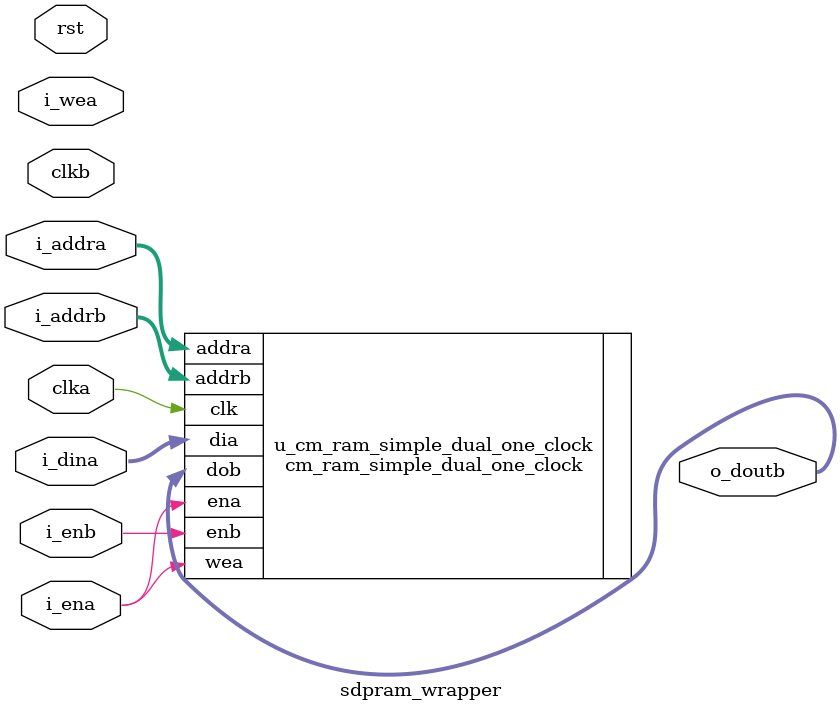
<source format=v>
`timescale 1ns / 1ps

module sdpram_wrapper #(
    parameter   DEPTH               = 32                                    ,   // depth
    parameter   DW                  = 32                                    ,   // data width
    parameter   AW                  = $clog2(DEPTH)>0 ? $clog2(DEPTH) : 1   ,   // depth 32 -> addr 5?at least 1
    parameter   BYTE_WRITE_WIDTH_A  = DW                                    ,   // BYTE WRITE WIDTH for port-A, if BYTE_WRITE_WIDTH_A is DW, means disable BYTE Write
    parameter   READ_LATENCY_B      = 1                                     ,
    parameter   WRITE_MODE_B        = "no_change"                           ,   // no_change, read_first, write_first. Default value = no_change.
    parameter   MEMORY_TYPE         = "block"                               ,   // "auto"  "block"  "distributed"  "ultra"- URAM
    parameter   CLOCKING_MODE       = "common_clock"                        ,   // "common_clock"   "independent_clock",  Default value = "common_clock".
    parameter   INIT_FILE           = "none"                                    // "none"--> not use init file
    )
    (
    // clk & rst
    input   wire                                    clka                                    ,
    input   wire                                    clkb                                    ,
    input   wire                                    rst                                     ,
    // write port
    input   wire                                    i_ena                                   ,
    input   wire    [AW  -1 : 0]                    i_addra                                 ,
    input   wire    [DW  -1 : 0]                    i_dina                                  ,
    input   wire    [DW/BYTE_WRITE_WIDTH_A-1:0]     i_wea                                   ,
    // read port
    input   wire                                    i_enb                                   ,
    input   wire    [AW  -1 : 0]                    i_addrb                                 ,
    output  wire    [DW  -1 : 0]                    o_doutb
    );

/// ram instance
generate
        cm_ram_simple_dual_one_clock #(
            .WIDTH                  ( DW                            ),
            .SIZE                   ( $clog2(DEPTH)                 )
            )
            u_cm_ram_simple_dual_one_clock
            (
            .clk                    ( clka                          ),
            .ena                    ( i_ena                         ),
            .enb                    ( i_enb                         ),
            .wea                    ( i_ena                         ),
            .addra                  ( i_addra                       ),
            .addrb                  ( i_addrb                       ),
            .dia                    ( i_dina                        ),
            .dob                    ( o_doutb                       )
            );

endgenerate

endmodule

</source>
